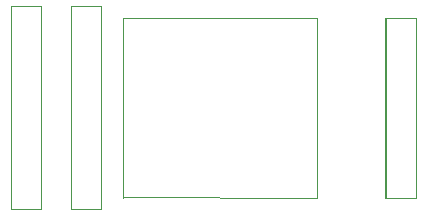
<source format=gbr>
G04 #@! TF.GenerationSoftware,KiCad,Pcbnew,5.1.7-a382d34a8~87~ubuntu18.04.1*
G04 #@! TF.CreationDate,2021-02-18T22:44:55+00:00*
G04 #@! TF.ProjectId,Laser-Driver-v3,4c617365-722d-4447-9269-7665722d7633,rev?*
G04 #@! TF.SameCoordinates,Original*
G04 #@! TF.FileFunction,OtherDrawing,Comment*
%FSLAX46Y46*%
G04 Gerber Fmt 4.6, Leading zero omitted, Abs format (unit mm)*
G04 Created by KiCad (PCBNEW 5.1.7-a382d34a8~87~ubuntu18.04.1) date 2021-02-18 22:44:55*
%MOMM*%
%LPD*%
G01*
G04 APERTURE LIST*
%ADD10C,0.150000*%
%ADD11C,0.120000*%
G04 APERTURE END LIST*
D10*
G04 #@! TO.C,U2*
X175140000Y-108770000D02*
X175140000Y-93530000D01*
D11*
X177680000Y-108770000D02*
X175140000Y-108770000D01*
X177680000Y-93530000D02*
X175140000Y-93530000D01*
X177680000Y-108770000D02*
X177680000Y-93530000D01*
X169290000Y-108770000D02*
X169290000Y-93530000D01*
X169290000Y-93530000D02*
X152900000Y-93530000D01*
X169290000Y-108770000D02*
X152900000Y-108750000D01*
X152900000Y-108790000D02*
X152900000Y-93550000D01*
X151010000Y-109750000D02*
X151010000Y-92550000D01*
X151010000Y-92550000D02*
X148470000Y-92550000D01*
X148470000Y-92550000D02*
X148470000Y-109750000D01*
X148470000Y-109750000D02*
X151010000Y-109750000D01*
X145930000Y-109750000D02*
X143390000Y-109750000D01*
X143390000Y-92550000D02*
X145930000Y-92550000D01*
X145930000Y-92550000D02*
X145930000Y-109750000D01*
X143390000Y-109750000D02*
X143390000Y-92550000D01*
G04 #@! TD*
M02*

</source>
